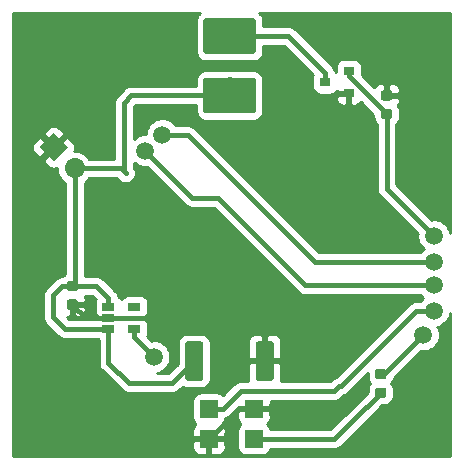
<source format=gbr>
G04 #@! TF.GenerationSoftware,KiCad,Pcbnew,5.1.4-1.fc30*
G04 #@! TF.CreationDate,2019-09-08T13:51:55+02:00*
G04 #@! TF.ProjectId,synchro2,73796e63-6872-46f3-922e-6b696361645f,rev?*
G04 #@! TF.SameCoordinates,Original*
G04 #@! TF.FileFunction,Copper,L2,Bot*
G04 #@! TF.FilePolarity,Positive*
%FSLAX46Y46*%
G04 Gerber Fmt 4.6, Leading zero omitted, Abs format (unit mm)*
G04 Created by KiCad (PCBNEW 5.1.4-1.fc30) date 2019-09-08 13:51:55*
%MOMM*%
%LPD*%
G04 APERTURE LIST*
%ADD10R,1.524000X1.524000*%
%ADD11C,0.100000*%
%ADD12C,0.875000*%
%ADD13R,0.900000X0.800000*%
%ADD14R,1.060000X0.650000*%
%ADD15C,1.700000*%
%ADD16C,1.700000*%
%ADD17C,3.025000*%
%ADD18C,1.525000*%
%ADD19C,1.500000*%
%ADD20C,0.400000*%
%ADD21C,0.254000*%
G04 APERTURE END LIST*
D10*
X217360000Y-130960000D03*
X221170000Y-130960000D03*
X217360000Y-133500000D03*
X221170000Y-133500000D03*
D11*
G36*
X232177691Y-129151053D02*
G01*
X232198926Y-129154203D01*
X232219750Y-129159419D01*
X232239962Y-129166651D01*
X232259368Y-129175830D01*
X232277781Y-129186866D01*
X232295024Y-129199654D01*
X232310930Y-129214070D01*
X232325346Y-129229976D01*
X232338134Y-129247219D01*
X232349170Y-129265632D01*
X232358349Y-129285038D01*
X232365581Y-129305250D01*
X232370797Y-129326074D01*
X232373947Y-129347309D01*
X232375000Y-129368750D01*
X232375000Y-129806250D01*
X232373947Y-129827691D01*
X232370797Y-129848926D01*
X232365581Y-129869750D01*
X232358349Y-129889962D01*
X232349170Y-129909368D01*
X232338134Y-129927781D01*
X232325346Y-129945024D01*
X232310930Y-129960930D01*
X232295024Y-129975346D01*
X232277781Y-129988134D01*
X232259368Y-129999170D01*
X232239962Y-130008349D01*
X232219750Y-130015581D01*
X232198926Y-130020797D01*
X232177691Y-130023947D01*
X232156250Y-130025000D01*
X231643750Y-130025000D01*
X231622309Y-130023947D01*
X231601074Y-130020797D01*
X231580250Y-130015581D01*
X231560038Y-130008349D01*
X231540632Y-129999170D01*
X231522219Y-129988134D01*
X231504976Y-129975346D01*
X231489070Y-129960930D01*
X231474654Y-129945024D01*
X231461866Y-129927781D01*
X231450830Y-129909368D01*
X231441651Y-129889962D01*
X231434419Y-129869750D01*
X231429203Y-129848926D01*
X231426053Y-129827691D01*
X231425000Y-129806250D01*
X231425000Y-129368750D01*
X231426053Y-129347309D01*
X231429203Y-129326074D01*
X231434419Y-129305250D01*
X231441651Y-129285038D01*
X231450830Y-129265632D01*
X231461866Y-129247219D01*
X231474654Y-129229976D01*
X231489070Y-129214070D01*
X231504976Y-129199654D01*
X231522219Y-129186866D01*
X231540632Y-129175830D01*
X231560038Y-129166651D01*
X231580250Y-129159419D01*
X231601074Y-129154203D01*
X231622309Y-129151053D01*
X231643750Y-129150000D01*
X232156250Y-129150000D01*
X232177691Y-129151053D01*
X232177691Y-129151053D01*
G37*
D12*
X231900000Y-129587500D03*
D11*
G36*
X232177691Y-127576053D02*
G01*
X232198926Y-127579203D01*
X232219750Y-127584419D01*
X232239962Y-127591651D01*
X232259368Y-127600830D01*
X232277781Y-127611866D01*
X232295024Y-127624654D01*
X232310930Y-127639070D01*
X232325346Y-127654976D01*
X232338134Y-127672219D01*
X232349170Y-127690632D01*
X232358349Y-127710038D01*
X232365581Y-127730250D01*
X232370797Y-127751074D01*
X232373947Y-127772309D01*
X232375000Y-127793750D01*
X232375000Y-128231250D01*
X232373947Y-128252691D01*
X232370797Y-128273926D01*
X232365581Y-128294750D01*
X232358349Y-128314962D01*
X232349170Y-128334368D01*
X232338134Y-128352781D01*
X232325346Y-128370024D01*
X232310930Y-128385930D01*
X232295024Y-128400346D01*
X232277781Y-128413134D01*
X232259368Y-128424170D01*
X232239962Y-128433349D01*
X232219750Y-128440581D01*
X232198926Y-128445797D01*
X232177691Y-128448947D01*
X232156250Y-128450000D01*
X231643750Y-128450000D01*
X231622309Y-128448947D01*
X231601074Y-128445797D01*
X231580250Y-128440581D01*
X231560038Y-128433349D01*
X231540632Y-128424170D01*
X231522219Y-128413134D01*
X231504976Y-128400346D01*
X231489070Y-128385930D01*
X231474654Y-128370024D01*
X231461866Y-128352781D01*
X231450830Y-128334368D01*
X231441651Y-128314962D01*
X231434419Y-128294750D01*
X231429203Y-128273926D01*
X231426053Y-128252691D01*
X231425000Y-128231250D01*
X231425000Y-127793750D01*
X231426053Y-127772309D01*
X231429203Y-127751074D01*
X231434419Y-127730250D01*
X231441651Y-127710038D01*
X231450830Y-127690632D01*
X231461866Y-127672219D01*
X231474654Y-127654976D01*
X231489070Y-127639070D01*
X231504976Y-127624654D01*
X231522219Y-127611866D01*
X231540632Y-127600830D01*
X231560038Y-127591651D01*
X231580250Y-127584419D01*
X231601074Y-127579203D01*
X231622309Y-127576053D01*
X231643750Y-127575000D01*
X232156250Y-127575000D01*
X232177691Y-127576053D01*
X232177691Y-127576053D01*
G37*
D12*
X231900000Y-128012500D03*
D13*
X227200000Y-103300000D03*
X229200000Y-104250000D03*
X229200000Y-102350000D03*
D14*
X211050000Y-124200000D03*
X211050000Y-122300000D03*
X208850000Y-122300000D03*
X208850000Y-123250000D03*
X208850000Y-124200000D03*
D15*
X205996051Y-110596051D03*
D16*
X205996051Y-110596051D02*
X205996051Y-110596051D01*
D15*
X204200000Y-108800000D03*
D11*
G36*
X204200000Y-110002082D02*
G01*
X202997918Y-108800000D01*
X204200000Y-107597918D01*
X205402082Y-108800000D01*
X204200000Y-110002082D01*
X204200000Y-110002082D01*
G37*
G36*
X221099503Y-102901204D02*
G01*
X221123772Y-102904804D01*
X221147570Y-102910765D01*
X221170670Y-102919030D01*
X221192849Y-102929520D01*
X221213892Y-102942133D01*
X221233598Y-102956748D01*
X221251776Y-102973224D01*
X221268252Y-102991402D01*
X221282867Y-103011108D01*
X221295480Y-103032151D01*
X221305970Y-103054330D01*
X221314235Y-103077430D01*
X221320196Y-103101228D01*
X221323796Y-103125497D01*
X221325000Y-103150001D01*
X221325000Y-105674999D01*
X221323796Y-105699503D01*
X221320196Y-105723772D01*
X221314235Y-105747570D01*
X221305970Y-105770670D01*
X221295480Y-105792849D01*
X221282867Y-105813892D01*
X221268252Y-105833598D01*
X221251776Y-105851776D01*
X221233598Y-105868252D01*
X221213892Y-105882867D01*
X221192849Y-105895480D01*
X221170670Y-105905970D01*
X221147570Y-105914235D01*
X221123772Y-105920196D01*
X221099503Y-105923796D01*
X221074999Y-105925000D01*
X217125001Y-105925000D01*
X217100497Y-105923796D01*
X217076228Y-105920196D01*
X217052430Y-105914235D01*
X217029330Y-105905970D01*
X217007151Y-105895480D01*
X216986108Y-105882867D01*
X216966402Y-105868252D01*
X216948224Y-105851776D01*
X216931748Y-105833598D01*
X216917133Y-105813892D01*
X216904520Y-105792849D01*
X216894030Y-105770670D01*
X216885765Y-105747570D01*
X216879804Y-105723772D01*
X216876204Y-105699503D01*
X216875000Y-105674999D01*
X216875000Y-103150001D01*
X216876204Y-103125497D01*
X216879804Y-103101228D01*
X216885765Y-103077430D01*
X216894030Y-103054330D01*
X216904520Y-103032151D01*
X216917133Y-103011108D01*
X216931748Y-102991402D01*
X216948224Y-102973224D01*
X216966402Y-102956748D01*
X216986108Y-102942133D01*
X217007151Y-102929520D01*
X217029330Y-102919030D01*
X217052430Y-102910765D01*
X217076228Y-102904804D01*
X217100497Y-102901204D01*
X217125001Y-102900000D01*
X221074999Y-102900000D01*
X221099503Y-102901204D01*
X221099503Y-102901204D01*
G37*
D17*
X219100000Y-104412500D03*
D11*
G36*
X221099503Y-97876204D02*
G01*
X221123772Y-97879804D01*
X221147570Y-97885765D01*
X221170670Y-97894030D01*
X221192849Y-97904520D01*
X221213892Y-97917133D01*
X221233598Y-97931748D01*
X221251776Y-97948224D01*
X221268252Y-97966402D01*
X221282867Y-97986108D01*
X221295480Y-98007151D01*
X221305970Y-98029330D01*
X221314235Y-98052430D01*
X221320196Y-98076228D01*
X221323796Y-98100497D01*
X221325000Y-98125001D01*
X221325000Y-100649999D01*
X221323796Y-100674503D01*
X221320196Y-100698772D01*
X221314235Y-100722570D01*
X221305970Y-100745670D01*
X221295480Y-100767849D01*
X221282867Y-100788892D01*
X221268252Y-100808598D01*
X221251776Y-100826776D01*
X221233598Y-100843252D01*
X221213892Y-100857867D01*
X221192849Y-100870480D01*
X221170670Y-100880970D01*
X221147570Y-100889235D01*
X221123772Y-100895196D01*
X221099503Y-100898796D01*
X221074999Y-100900000D01*
X217125001Y-100900000D01*
X217100497Y-100898796D01*
X217076228Y-100895196D01*
X217052430Y-100889235D01*
X217029330Y-100880970D01*
X217007151Y-100870480D01*
X216986108Y-100857867D01*
X216966402Y-100843252D01*
X216948224Y-100826776D01*
X216931748Y-100808598D01*
X216917133Y-100788892D01*
X216904520Y-100767849D01*
X216894030Y-100745670D01*
X216885765Y-100722570D01*
X216879804Y-100698772D01*
X216876204Y-100674503D01*
X216875000Y-100649999D01*
X216875000Y-98125001D01*
X216876204Y-98100497D01*
X216879804Y-98076228D01*
X216885765Y-98052430D01*
X216894030Y-98029330D01*
X216904520Y-98007151D01*
X216917133Y-97986108D01*
X216931748Y-97966402D01*
X216948224Y-97948224D01*
X216966402Y-97931748D01*
X216986108Y-97917133D01*
X217007151Y-97904520D01*
X217029330Y-97894030D01*
X217052430Y-97885765D01*
X217076228Y-97879804D01*
X217100497Y-97876204D01*
X217125001Y-97875000D01*
X221074999Y-97875000D01*
X221099503Y-97876204D01*
X221099503Y-97876204D01*
G37*
D17*
X219100000Y-99387500D03*
D11*
G36*
X232677691Y-103976053D02*
G01*
X232698926Y-103979203D01*
X232719750Y-103984419D01*
X232739962Y-103991651D01*
X232759368Y-104000830D01*
X232777781Y-104011866D01*
X232795024Y-104024654D01*
X232810930Y-104039070D01*
X232825346Y-104054976D01*
X232838134Y-104072219D01*
X232849170Y-104090632D01*
X232858349Y-104110038D01*
X232865581Y-104130250D01*
X232870797Y-104151074D01*
X232873947Y-104172309D01*
X232875000Y-104193750D01*
X232875000Y-104631250D01*
X232873947Y-104652691D01*
X232870797Y-104673926D01*
X232865581Y-104694750D01*
X232858349Y-104714962D01*
X232849170Y-104734368D01*
X232838134Y-104752781D01*
X232825346Y-104770024D01*
X232810930Y-104785930D01*
X232795024Y-104800346D01*
X232777781Y-104813134D01*
X232759368Y-104824170D01*
X232739962Y-104833349D01*
X232719750Y-104840581D01*
X232698926Y-104845797D01*
X232677691Y-104848947D01*
X232656250Y-104850000D01*
X232143750Y-104850000D01*
X232122309Y-104848947D01*
X232101074Y-104845797D01*
X232080250Y-104840581D01*
X232060038Y-104833349D01*
X232040632Y-104824170D01*
X232022219Y-104813134D01*
X232004976Y-104800346D01*
X231989070Y-104785930D01*
X231974654Y-104770024D01*
X231961866Y-104752781D01*
X231950830Y-104734368D01*
X231941651Y-104714962D01*
X231934419Y-104694750D01*
X231929203Y-104673926D01*
X231926053Y-104652691D01*
X231925000Y-104631250D01*
X231925000Y-104193750D01*
X231926053Y-104172309D01*
X231929203Y-104151074D01*
X231934419Y-104130250D01*
X231941651Y-104110038D01*
X231950830Y-104090632D01*
X231961866Y-104072219D01*
X231974654Y-104054976D01*
X231989070Y-104039070D01*
X232004976Y-104024654D01*
X232022219Y-104011866D01*
X232040632Y-104000830D01*
X232060038Y-103991651D01*
X232080250Y-103984419D01*
X232101074Y-103979203D01*
X232122309Y-103976053D01*
X232143750Y-103975000D01*
X232656250Y-103975000D01*
X232677691Y-103976053D01*
X232677691Y-103976053D01*
G37*
D12*
X232400000Y-104412500D03*
D11*
G36*
X232677691Y-105551053D02*
G01*
X232698926Y-105554203D01*
X232719750Y-105559419D01*
X232739962Y-105566651D01*
X232759368Y-105575830D01*
X232777781Y-105586866D01*
X232795024Y-105599654D01*
X232810930Y-105614070D01*
X232825346Y-105629976D01*
X232838134Y-105647219D01*
X232849170Y-105665632D01*
X232858349Y-105685038D01*
X232865581Y-105705250D01*
X232870797Y-105726074D01*
X232873947Y-105747309D01*
X232875000Y-105768750D01*
X232875000Y-106206250D01*
X232873947Y-106227691D01*
X232870797Y-106248926D01*
X232865581Y-106269750D01*
X232858349Y-106289962D01*
X232849170Y-106309368D01*
X232838134Y-106327781D01*
X232825346Y-106345024D01*
X232810930Y-106360930D01*
X232795024Y-106375346D01*
X232777781Y-106388134D01*
X232759368Y-106399170D01*
X232739962Y-106408349D01*
X232719750Y-106415581D01*
X232698926Y-106420797D01*
X232677691Y-106423947D01*
X232656250Y-106425000D01*
X232143750Y-106425000D01*
X232122309Y-106423947D01*
X232101074Y-106420797D01*
X232080250Y-106415581D01*
X232060038Y-106408349D01*
X232040632Y-106399170D01*
X232022219Y-106388134D01*
X232004976Y-106375346D01*
X231989070Y-106360930D01*
X231974654Y-106345024D01*
X231961866Y-106327781D01*
X231950830Y-106309368D01*
X231941651Y-106289962D01*
X231934419Y-106269750D01*
X231929203Y-106248926D01*
X231926053Y-106227691D01*
X231925000Y-106206250D01*
X231925000Y-105768750D01*
X231926053Y-105747309D01*
X231929203Y-105726074D01*
X231934419Y-105705250D01*
X231941651Y-105685038D01*
X231950830Y-105665632D01*
X231961866Y-105647219D01*
X231974654Y-105629976D01*
X231989070Y-105614070D01*
X232004976Y-105599654D01*
X232022219Y-105586866D01*
X232040632Y-105575830D01*
X232060038Y-105566651D01*
X232080250Y-105559419D01*
X232101074Y-105554203D01*
X232122309Y-105551053D01*
X232143750Y-105550000D01*
X232656250Y-105550000D01*
X232677691Y-105551053D01*
X232677691Y-105551053D01*
G37*
D12*
X232400000Y-105987500D03*
D11*
G36*
X206077691Y-121688553D02*
G01*
X206098926Y-121691703D01*
X206119750Y-121696919D01*
X206139962Y-121704151D01*
X206159368Y-121713330D01*
X206177781Y-121724366D01*
X206195024Y-121737154D01*
X206210930Y-121751570D01*
X206225346Y-121767476D01*
X206238134Y-121784719D01*
X206249170Y-121803132D01*
X206258349Y-121822538D01*
X206265581Y-121842750D01*
X206270797Y-121863574D01*
X206273947Y-121884809D01*
X206275000Y-121906250D01*
X206275000Y-122343750D01*
X206273947Y-122365191D01*
X206270797Y-122386426D01*
X206265581Y-122407250D01*
X206258349Y-122427462D01*
X206249170Y-122446868D01*
X206238134Y-122465281D01*
X206225346Y-122482524D01*
X206210930Y-122498430D01*
X206195024Y-122512846D01*
X206177781Y-122525634D01*
X206159368Y-122536670D01*
X206139962Y-122545849D01*
X206119750Y-122553081D01*
X206098926Y-122558297D01*
X206077691Y-122561447D01*
X206056250Y-122562500D01*
X205543750Y-122562500D01*
X205522309Y-122561447D01*
X205501074Y-122558297D01*
X205480250Y-122553081D01*
X205460038Y-122545849D01*
X205440632Y-122536670D01*
X205422219Y-122525634D01*
X205404976Y-122512846D01*
X205389070Y-122498430D01*
X205374654Y-122482524D01*
X205361866Y-122465281D01*
X205350830Y-122446868D01*
X205341651Y-122427462D01*
X205334419Y-122407250D01*
X205329203Y-122386426D01*
X205326053Y-122365191D01*
X205325000Y-122343750D01*
X205325000Y-121906250D01*
X205326053Y-121884809D01*
X205329203Y-121863574D01*
X205334419Y-121842750D01*
X205341651Y-121822538D01*
X205350830Y-121803132D01*
X205361866Y-121784719D01*
X205374654Y-121767476D01*
X205389070Y-121751570D01*
X205404976Y-121737154D01*
X205422219Y-121724366D01*
X205440632Y-121713330D01*
X205460038Y-121704151D01*
X205480250Y-121696919D01*
X205501074Y-121691703D01*
X205522309Y-121688553D01*
X205543750Y-121687500D01*
X206056250Y-121687500D01*
X206077691Y-121688553D01*
X206077691Y-121688553D01*
G37*
D12*
X205800000Y-122125000D03*
D11*
G36*
X206077691Y-120113553D02*
G01*
X206098926Y-120116703D01*
X206119750Y-120121919D01*
X206139962Y-120129151D01*
X206159368Y-120138330D01*
X206177781Y-120149366D01*
X206195024Y-120162154D01*
X206210930Y-120176570D01*
X206225346Y-120192476D01*
X206238134Y-120209719D01*
X206249170Y-120228132D01*
X206258349Y-120247538D01*
X206265581Y-120267750D01*
X206270797Y-120288574D01*
X206273947Y-120309809D01*
X206275000Y-120331250D01*
X206275000Y-120768750D01*
X206273947Y-120790191D01*
X206270797Y-120811426D01*
X206265581Y-120832250D01*
X206258349Y-120852462D01*
X206249170Y-120871868D01*
X206238134Y-120890281D01*
X206225346Y-120907524D01*
X206210930Y-120923430D01*
X206195024Y-120937846D01*
X206177781Y-120950634D01*
X206159368Y-120961670D01*
X206139962Y-120970849D01*
X206119750Y-120978081D01*
X206098926Y-120983297D01*
X206077691Y-120986447D01*
X206056250Y-120987500D01*
X205543750Y-120987500D01*
X205522309Y-120986447D01*
X205501074Y-120983297D01*
X205480250Y-120978081D01*
X205460038Y-120970849D01*
X205440632Y-120961670D01*
X205422219Y-120950634D01*
X205404976Y-120937846D01*
X205389070Y-120923430D01*
X205374654Y-120907524D01*
X205361866Y-120890281D01*
X205350830Y-120871868D01*
X205341651Y-120852462D01*
X205334419Y-120832250D01*
X205329203Y-120811426D01*
X205326053Y-120790191D01*
X205325000Y-120768750D01*
X205325000Y-120331250D01*
X205326053Y-120309809D01*
X205329203Y-120288574D01*
X205334419Y-120267750D01*
X205341651Y-120247538D01*
X205350830Y-120228132D01*
X205361866Y-120209719D01*
X205374654Y-120192476D01*
X205389070Y-120176570D01*
X205404976Y-120162154D01*
X205422219Y-120149366D01*
X205440632Y-120138330D01*
X205460038Y-120129151D01*
X205480250Y-120121919D01*
X205501074Y-120116703D01*
X205522309Y-120113553D01*
X205543750Y-120112500D01*
X206056250Y-120112500D01*
X206077691Y-120113553D01*
X206077691Y-120113553D01*
G37*
D12*
X205800000Y-120550000D03*
D11*
G36*
X216649505Y-125226204D02*
G01*
X216673773Y-125229804D01*
X216697572Y-125235765D01*
X216720671Y-125244030D01*
X216742850Y-125254520D01*
X216763893Y-125267132D01*
X216783599Y-125281747D01*
X216801777Y-125298223D01*
X216818253Y-125316401D01*
X216832868Y-125336107D01*
X216845480Y-125357150D01*
X216855970Y-125379329D01*
X216864235Y-125402428D01*
X216870196Y-125426227D01*
X216873796Y-125450495D01*
X216875000Y-125474999D01*
X216875000Y-128325001D01*
X216873796Y-128349505D01*
X216870196Y-128373773D01*
X216864235Y-128397572D01*
X216855970Y-128420671D01*
X216845480Y-128442850D01*
X216832868Y-128463893D01*
X216818253Y-128483599D01*
X216801777Y-128501777D01*
X216783599Y-128518253D01*
X216763893Y-128532868D01*
X216742850Y-128545480D01*
X216720671Y-128555970D01*
X216697572Y-128564235D01*
X216673773Y-128570196D01*
X216649505Y-128573796D01*
X216625001Y-128575000D01*
X215599999Y-128575000D01*
X215575495Y-128573796D01*
X215551227Y-128570196D01*
X215527428Y-128564235D01*
X215504329Y-128555970D01*
X215482150Y-128545480D01*
X215461107Y-128532868D01*
X215441401Y-128518253D01*
X215423223Y-128501777D01*
X215406747Y-128483599D01*
X215392132Y-128463893D01*
X215379520Y-128442850D01*
X215369030Y-128420671D01*
X215360765Y-128397572D01*
X215354804Y-128373773D01*
X215351204Y-128349505D01*
X215350000Y-128325001D01*
X215350000Y-125474999D01*
X215351204Y-125450495D01*
X215354804Y-125426227D01*
X215360765Y-125402428D01*
X215369030Y-125379329D01*
X215379520Y-125357150D01*
X215392132Y-125336107D01*
X215406747Y-125316401D01*
X215423223Y-125298223D01*
X215441401Y-125281747D01*
X215461107Y-125267132D01*
X215482150Y-125254520D01*
X215504329Y-125244030D01*
X215527428Y-125235765D01*
X215551227Y-125229804D01*
X215575495Y-125226204D01*
X215599999Y-125225000D01*
X216625001Y-125225000D01*
X216649505Y-125226204D01*
X216649505Y-125226204D01*
G37*
D18*
X216112500Y-126900000D03*
D11*
G36*
X222624505Y-125226204D02*
G01*
X222648773Y-125229804D01*
X222672572Y-125235765D01*
X222695671Y-125244030D01*
X222717850Y-125254520D01*
X222738893Y-125267132D01*
X222758599Y-125281747D01*
X222776777Y-125298223D01*
X222793253Y-125316401D01*
X222807868Y-125336107D01*
X222820480Y-125357150D01*
X222830970Y-125379329D01*
X222839235Y-125402428D01*
X222845196Y-125426227D01*
X222848796Y-125450495D01*
X222850000Y-125474999D01*
X222850000Y-128325001D01*
X222848796Y-128349505D01*
X222845196Y-128373773D01*
X222839235Y-128397572D01*
X222830970Y-128420671D01*
X222820480Y-128442850D01*
X222807868Y-128463893D01*
X222793253Y-128483599D01*
X222776777Y-128501777D01*
X222758599Y-128518253D01*
X222738893Y-128532868D01*
X222717850Y-128545480D01*
X222695671Y-128555970D01*
X222672572Y-128564235D01*
X222648773Y-128570196D01*
X222624505Y-128573796D01*
X222600001Y-128575000D01*
X221574999Y-128575000D01*
X221550495Y-128573796D01*
X221526227Y-128570196D01*
X221502428Y-128564235D01*
X221479329Y-128555970D01*
X221457150Y-128545480D01*
X221436107Y-128532868D01*
X221416401Y-128518253D01*
X221398223Y-128501777D01*
X221381747Y-128483599D01*
X221367132Y-128463893D01*
X221354520Y-128442850D01*
X221344030Y-128420671D01*
X221335765Y-128397572D01*
X221329804Y-128373773D01*
X221326204Y-128349505D01*
X221325000Y-128325001D01*
X221325000Y-125474999D01*
X221326204Y-125450495D01*
X221329804Y-125426227D01*
X221335765Y-125402428D01*
X221344030Y-125379329D01*
X221354520Y-125357150D01*
X221367132Y-125336107D01*
X221381747Y-125316401D01*
X221398223Y-125298223D01*
X221416401Y-125281747D01*
X221436107Y-125267132D01*
X221457150Y-125254520D01*
X221479329Y-125244030D01*
X221502428Y-125235765D01*
X221526227Y-125229804D01*
X221550495Y-125226204D01*
X221574999Y-125225000D01*
X222600001Y-125225000D01*
X222624505Y-125226204D01*
X222624505Y-125226204D01*
G37*
D18*
X222087500Y-126900000D03*
D19*
X209300000Y-118950000D03*
X226250000Y-99150000D03*
X212700000Y-126550000D03*
X236400000Y-116300000D03*
X235500000Y-124700000D03*
X236400000Y-118500000D03*
X213400000Y-107750000D03*
X236400000Y-120500000D03*
X211950000Y-109100000D03*
X236400000Y-122650000D03*
D20*
X219900000Y-130960000D02*
X217360000Y-133500000D01*
X221170000Y-130960000D02*
X219900000Y-130960000D01*
X208737500Y-123137500D02*
X208850000Y-123250000D01*
X206925000Y-123250000D02*
X208850000Y-123250000D01*
X205800000Y-122125000D02*
X206925000Y-123250000D01*
X208850000Y-123250000D02*
X213150000Y-123250000D01*
X213150000Y-123250000D02*
X213350000Y-123050000D01*
X213350000Y-123050000D02*
X213350000Y-119450000D01*
X213350000Y-119450000D02*
X213700000Y-119100000D01*
X205996051Y-110596051D02*
X209903949Y-110596051D01*
X210153949Y-105046051D02*
X210153949Y-110846051D01*
X219100000Y-104412500D02*
X210787500Y-104412500D01*
X210325000Y-111017102D02*
X210153949Y-110846051D01*
X210787500Y-104412500D02*
X210153949Y-105046051D01*
X210153949Y-110846051D02*
X209903949Y-110596051D01*
X205996051Y-120353949D02*
X205800000Y-120550000D01*
X205996051Y-110596051D02*
X205996051Y-120353949D01*
X208850000Y-121575000D02*
X208850000Y-122300000D01*
X207825000Y-120550000D02*
X208850000Y-121575000D01*
X205800000Y-120550000D02*
X207825000Y-120550000D01*
X204150000Y-123200000D02*
X205150000Y-124200000D01*
X205150000Y-124200000D02*
X208850000Y-124200000D01*
X204150000Y-121350000D02*
X204150000Y-123200000D01*
X205800000Y-120550000D02*
X204950000Y-120550000D01*
X204950000Y-120550000D02*
X204150000Y-121350000D01*
X214262500Y-128750000D02*
X216112500Y-126900000D01*
X210550000Y-128750000D02*
X214262500Y-128750000D01*
X208850000Y-124200000D02*
X208850000Y-127050000D01*
X208850000Y-127050000D02*
X210550000Y-128750000D01*
X211050000Y-124900000D02*
X212700000Y-126550000D01*
X211050000Y-124200000D02*
X211050000Y-124900000D01*
X227200000Y-102500000D02*
X227200000Y-103300000D01*
X224087500Y-99387500D02*
X227200000Y-102500000D01*
X219100000Y-99387500D02*
X224087500Y-99387500D01*
X229200000Y-102787500D02*
X229200000Y-102350000D01*
X232400000Y-105987500D02*
X229200000Y-102787500D01*
X232400000Y-112300000D02*
X236400000Y-116300000D01*
X232400000Y-105987500D02*
X232400000Y-112300000D01*
X232187500Y-128012500D02*
X231900000Y-128012500D01*
X235500000Y-124700000D02*
X232187500Y-128012500D01*
X221170000Y-133500000D02*
X227987500Y-133500000D01*
X229500000Y-131987500D02*
X231900000Y-129587500D01*
X227987500Y-133500000D02*
X229500000Y-131987500D01*
X215550000Y-107750000D02*
X213400000Y-107750000D01*
X236400000Y-118500000D02*
X226300000Y-118500000D01*
X226300000Y-118500000D02*
X215550000Y-107750000D01*
X236300000Y-120500000D02*
X225500000Y-120500000D01*
X225500000Y-120500000D02*
X218100000Y-113100000D01*
X215950000Y-113100000D02*
X211950000Y-109100000D01*
X218100000Y-113100000D02*
X215950000Y-113100000D01*
X234912440Y-122650000D02*
X236400000Y-122650000D01*
X217360000Y-130960000D02*
X218522000Y-130960000D01*
X228562440Y-129000000D02*
X234912440Y-122650000D01*
X220032000Y-129450000D02*
X227950000Y-129450000D01*
X227950000Y-129450000D02*
X228400000Y-129000000D01*
X218522000Y-130960000D02*
X220032000Y-129450000D01*
X228400000Y-129000000D02*
X228562440Y-129000000D01*
D21*
G36*
X216497039Y-97497039D02*
G01*
X216386595Y-97631614D01*
X216304529Y-97785150D01*
X216253992Y-97951747D01*
X216236928Y-98125001D01*
X216236928Y-100649999D01*
X216253992Y-100823253D01*
X216304529Y-100989850D01*
X216386595Y-101143386D01*
X216497039Y-101277961D01*
X216631614Y-101388405D01*
X216785150Y-101470471D01*
X216951747Y-101521008D01*
X217125001Y-101538072D01*
X221074999Y-101538072D01*
X221248253Y-101521008D01*
X221414850Y-101470471D01*
X221568386Y-101388405D01*
X221702961Y-101277961D01*
X221813405Y-101143386D01*
X221895471Y-100989850D01*
X221946008Y-100823253D01*
X221963072Y-100649999D01*
X221963072Y-100222500D01*
X223741633Y-100222500D01*
X226165533Y-102646401D01*
X226160498Y-102655820D01*
X226124188Y-102775518D01*
X226111928Y-102900000D01*
X226111928Y-103700000D01*
X226124188Y-103824482D01*
X226160498Y-103944180D01*
X226219463Y-104054494D01*
X226298815Y-104151185D01*
X226395506Y-104230537D01*
X226505820Y-104289502D01*
X226625518Y-104325812D01*
X226750000Y-104338072D01*
X227650000Y-104338072D01*
X227774482Y-104325812D01*
X227894180Y-104289502D01*
X228004494Y-104230537D01*
X228101185Y-104151185D01*
X228180537Y-104054494D01*
X228189143Y-104038393D01*
X228273750Y-104123000D01*
X229073000Y-104123000D01*
X229073000Y-104103000D01*
X229327000Y-104103000D01*
X229327000Y-104123000D01*
X229347000Y-104123000D01*
X229347000Y-104377000D01*
X229327000Y-104377000D01*
X229327000Y-105126250D01*
X229485750Y-105285000D01*
X229650000Y-105288072D01*
X229774482Y-105275812D01*
X229894180Y-105239502D01*
X230004494Y-105180537D01*
X230101185Y-105101185D01*
X230180537Y-105004494D01*
X230199901Y-104968268D01*
X231286928Y-106055296D01*
X231286928Y-106206250D01*
X231303392Y-106373408D01*
X231352150Y-106534142D01*
X231431329Y-106682275D01*
X231537885Y-106812115D01*
X231565000Y-106834368D01*
X231565001Y-112258972D01*
X231560960Y-112300000D01*
X231577082Y-112463688D01*
X231624828Y-112621086D01*
X231702364Y-112766145D01*
X231712843Y-112778914D01*
X231806710Y-112893291D01*
X231838574Y-112919441D01*
X235026236Y-116107104D01*
X235015000Y-116163589D01*
X235015000Y-116436411D01*
X235068225Y-116703989D01*
X235172629Y-116956043D01*
X235324201Y-117182886D01*
X235517114Y-117375799D01*
X235553333Y-117400000D01*
X235517114Y-117424201D01*
X235324201Y-117617114D01*
X235292205Y-117665000D01*
X226645869Y-117665000D01*
X216169446Y-107188579D01*
X216143291Y-107156709D01*
X216016146Y-107052364D01*
X215871087Y-106974828D01*
X215713689Y-106927082D01*
X215591019Y-106915000D01*
X215591018Y-106915000D01*
X215550000Y-106910960D01*
X215508982Y-106915000D01*
X214507795Y-106915000D01*
X214475799Y-106867114D01*
X214282886Y-106674201D01*
X214056043Y-106522629D01*
X213803989Y-106418225D01*
X213536411Y-106365000D01*
X213263589Y-106365000D01*
X212996011Y-106418225D01*
X212743957Y-106522629D01*
X212517114Y-106674201D01*
X212324201Y-106867114D01*
X212172629Y-107093957D01*
X212068225Y-107346011D01*
X212015000Y-107613589D01*
X212015000Y-107715000D01*
X211813589Y-107715000D01*
X211546011Y-107768225D01*
X211293957Y-107872629D01*
X211067114Y-108024201D01*
X210988949Y-108102366D01*
X210988949Y-105391918D01*
X211133368Y-105247500D01*
X216236928Y-105247500D01*
X216236928Y-105674999D01*
X216253992Y-105848253D01*
X216304529Y-106014850D01*
X216386595Y-106168386D01*
X216497039Y-106302961D01*
X216631614Y-106413405D01*
X216785150Y-106495471D01*
X216951747Y-106546008D01*
X217125001Y-106563072D01*
X221074999Y-106563072D01*
X221248253Y-106546008D01*
X221414850Y-106495471D01*
X221568386Y-106413405D01*
X221702961Y-106302961D01*
X221813405Y-106168386D01*
X221895471Y-106014850D01*
X221946008Y-105848253D01*
X221963072Y-105674999D01*
X221963072Y-104650000D01*
X228111928Y-104650000D01*
X228124188Y-104774482D01*
X228160498Y-104894180D01*
X228219463Y-105004494D01*
X228298815Y-105101185D01*
X228395506Y-105180537D01*
X228505820Y-105239502D01*
X228625518Y-105275812D01*
X228750000Y-105288072D01*
X228914250Y-105285000D01*
X229073000Y-105126250D01*
X229073000Y-104377000D01*
X228273750Y-104377000D01*
X228115000Y-104535750D01*
X228111928Y-104650000D01*
X221963072Y-104650000D01*
X221963072Y-103150001D01*
X221946008Y-102976747D01*
X221895471Y-102810150D01*
X221813405Y-102656614D01*
X221702961Y-102522039D01*
X221568386Y-102411595D01*
X221414850Y-102329529D01*
X221248253Y-102278992D01*
X221074999Y-102261928D01*
X217125001Y-102261928D01*
X216951747Y-102278992D01*
X216785150Y-102329529D01*
X216631614Y-102411595D01*
X216497039Y-102522039D01*
X216386595Y-102656614D01*
X216304529Y-102810150D01*
X216253992Y-102976747D01*
X216236928Y-103150001D01*
X216236928Y-103577500D01*
X210828507Y-103577500D01*
X210787499Y-103573461D01*
X210746491Y-103577500D01*
X210746481Y-103577500D01*
X210623811Y-103589582D01*
X210466413Y-103637328D01*
X210321354Y-103714864D01*
X210194209Y-103819209D01*
X210168058Y-103851074D01*
X209592527Y-104426605D01*
X209560658Y-104452760D01*
X209459363Y-104576189D01*
X209456313Y-104579906D01*
X209378777Y-104724965D01*
X209331031Y-104882363D01*
X209314909Y-105046051D01*
X209318949Y-105087070D01*
X209318950Y-109761051D01*
X207231844Y-109761051D01*
X207051185Y-109540917D01*
X206825065Y-109355345D01*
X206567085Y-109217452D01*
X206287162Y-109132538D01*
X206069001Y-109111051D01*
X205955841Y-109111051D01*
X205991584Y-109044180D01*
X206027893Y-108924481D01*
X206040153Y-108800000D01*
X206027893Y-108675519D01*
X205991584Y-108555820D01*
X205932620Y-108445506D01*
X205853267Y-108348815D01*
X205452109Y-107952002D01*
X205227603Y-107952002D01*
X204379605Y-108800000D01*
X204393748Y-108814143D01*
X204214143Y-108993748D01*
X204200000Y-108979605D01*
X203352002Y-109827603D01*
X203352002Y-110052109D01*
X203748815Y-110453267D01*
X203845506Y-110532620D01*
X203955820Y-110591584D01*
X204075519Y-110627893D01*
X204200000Y-110640153D01*
X204324481Y-110627893D01*
X204444180Y-110591584D01*
X204507647Y-110557660D01*
X204503866Y-110596051D01*
X204532538Y-110887162D01*
X204617452Y-111167085D01*
X204755345Y-111425065D01*
X204940917Y-111651185D01*
X205161051Y-111831845D01*
X205161052Y-119568945D01*
X205067725Y-119618829D01*
X204954877Y-119711440D01*
X204950000Y-119710960D01*
X204908981Y-119715000D01*
X204786311Y-119727082D01*
X204628913Y-119774828D01*
X204483854Y-119852364D01*
X204356709Y-119956709D01*
X204330563Y-119988568D01*
X203588578Y-120730555D01*
X203556709Y-120756709D01*
X203462843Y-120871086D01*
X203452364Y-120883855D01*
X203374828Y-121028914D01*
X203327082Y-121186312D01*
X203310960Y-121350000D01*
X203315000Y-121391019D01*
X203315001Y-123158972D01*
X203310960Y-123200000D01*
X203327082Y-123363688D01*
X203374828Y-123521086D01*
X203437625Y-123638570D01*
X203452365Y-123666146D01*
X203556710Y-123793291D01*
X203588574Y-123819441D01*
X204530563Y-124761432D01*
X204556709Y-124793291D01*
X204683854Y-124897636D01*
X204828913Y-124975172D01*
X204986311Y-125022918D01*
X205108981Y-125035000D01*
X205108982Y-125035000D01*
X205150000Y-125039040D01*
X205191018Y-125035000D01*
X207940482Y-125035000D01*
X207965506Y-125055537D01*
X208015000Y-125081993D01*
X208015001Y-127008972D01*
X208010960Y-127050000D01*
X208027082Y-127213688D01*
X208074828Y-127371086D01*
X208125485Y-127465858D01*
X208152365Y-127516146D01*
X208256710Y-127643291D01*
X208288574Y-127669441D01*
X209930559Y-129311426D01*
X209956709Y-129343291D01*
X210083854Y-129447636D01*
X210228913Y-129525172D01*
X210386311Y-129572918D01*
X210549999Y-129589040D01*
X210591018Y-129585000D01*
X214221482Y-129585000D01*
X214262500Y-129589040D01*
X214303518Y-129585000D01*
X214303519Y-129585000D01*
X214426189Y-129572918D01*
X214583587Y-129525172D01*
X214728646Y-129447636D01*
X214855791Y-129343291D01*
X214881946Y-129311421D01*
X215121829Y-129071538D01*
X215260149Y-129145472D01*
X215426745Y-129196008D01*
X215599999Y-129213072D01*
X216625001Y-129213072D01*
X216798255Y-129196008D01*
X216964851Y-129145472D01*
X217118387Y-129063405D01*
X217252962Y-128952962D01*
X217363405Y-128818387D01*
X217445472Y-128664851D01*
X217496008Y-128498255D01*
X217513072Y-128325001D01*
X217513072Y-125474999D01*
X217496008Y-125301745D01*
X217472728Y-125225000D01*
X220686928Y-125225000D01*
X220690000Y-126614250D01*
X220848750Y-126773000D01*
X221960500Y-126773000D01*
X221960500Y-124748750D01*
X222214500Y-124748750D01*
X222214500Y-126773000D01*
X223326250Y-126773000D01*
X223485000Y-126614250D01*
X223488072Y-125225000D01*
X223475812Y-125100518D01*
X223439502Y-124980820D01*
X223380537Y-124870506D01*
X223301185Y-124773815D01*
X223204494Y-124694463D01*
X223094180Y-124635498D01*
X222974482Y-124599188D01*
X222850000Y-124586928D01*
X222373250Y-124590000D01*
X222214500Y-124748750D01*
X221960500Y-124748750D01*
X221801750Y-124590000D01*
X221325000Y-124586928D01*
X221200518Y-124599188D01*
X221080820Y-124635498D01*
X220970506Y-124694463D01*
X220873815Y-124773815D01*
X220794463Y-124870506D01*
X220735498Y-124980820D01*
X220699188Y-125100518D01*
X220686928Y-125225000D01*
X217472728Y-125225000D01*
X217445472Y-125135149D01*
X217363405Y-124981613D01*
X217252962Y-124847038D01*
X217118387Y-124736595D01*
X216964851Y-124654528D01*
X216798255Y-124603992D01*
X216625001Y-124586928D01*
X215599999Y-124586928D01*
X215426745Y-124603992D01*
X215260149Y-124654528D01*
X215106613Y-124736595D01*
X214972038Y-124847038D01*
X214861595Y-124981613D01*
X214779528Y-125135149D01*
X214728992Y-125301745D01*
X214711928Y-125474999D01*
X214711928Y-127119704D01*
X213916633Y-127915000D01*
X212936957Y-127915000D01*
X213103989Y-127881775D01*
X213356043Y-127777371D01*
X213582886Y-127625799D01*
X213775799Y-127432886D01*
X213927371Y-127206043D01*
X214031775Y-126953989D01*
X214085000Y-126686411D01*
X214085000Y-126413589D01*
X214031775Y-126146011D01*
X213927371Y-125893957D01*
X213775799Y-125667114D01*
X213582886Y-125474201D01*
X213356043Y-125322629D01*
X213103989Y-125218225D01*
X212836411Y-125165000D01*
X212563589Y-125165000D01*
X212507103Y-125176236D01*
X212145309Y-124814442D01*
X212169502Y-124769180D01*
X212205812Y-124649482D01*
X212218072Y-124525000D01*
X212218072Y-123875000D01*
X212205812Y-123750518D01*
X212169502Y-123630820D01*
X212110537Y-123520506D01*
X212031185Y-123423815D01*
X211934494Y-123344463D01*
X211824180Y-123285498D01*
X211707159Y-123250000D01*
X211824180Y-123214502D01*
X211934494Y-123155537D01*
X212031185Y-123076185D01*
X212110537Y-122979494D01*
X212169502Y-122869180D01*
X212205812Y-122749482D01*
X212218072Y-122625000D01*
X212218072Y-121975000D01*
X212205812Y-121850518D01*
X212169502Y-121730820D01*
X212110537Y-121620506D01*
X212031185Y-121523815D01*
X211934494Y-121444463D01*
X211824180Y-121385498D01*
X211704482Y-121349188D01*
X211580000Y-121336928D01*
X210520000Y-121336928D01*
X210395518Y-121349188D01*
X210275820Y-121385498D01*
X210165506Y-121444463D01*
X210068815Y-121523815D01*
X209989463Y-121620506D01*
X209950000Y-121694335D01*
X209910537Y-121620506D01*
X209831185Y-121523815D01*
X209734494Y-121444463D01*
X209672943Y-121411563D01*
X209672918Y-121411311D01*
X209625172Y-121253913D01*
X209547636Y-121108854D01*
X209469439Y-121013570D01*
X209469437Y-121013568D01*
X209443291Y-120981709D01*
X209411433Y-120955564D01*
X208444445Y-119988578D01*
X208418291Y-119956709D01*
X208291146Y-119852364D01*
X208146087Y-119774828D01*
X207988689Y-119727082D01*
X207866019Y-119715000D01*
X207866018Y-119715000D01*
X207825000Y-119710960D01*
X207783982Y-119715000D01*
X206831051Y-119715000D01*
X206831051Y-111831844D01*
X207051185Y-111651185D01*
X207231844Y-111431051D01*
X209553855Y-111431051D01*
X209560659Y-111439342D01*
X209592522Y-111465491D01*
X209763571Y-111636541D01*
X209858855Y-111714738D01*
X210003914Y-111792274D01*
X210161312Y-111840020D01*
X210325000Y-111856142D01*
X210488688Y-111840020D01*
X210646086Y-111792274D01*
X210791145Y-111714738D01*
X210918291Y-111610393D01*
X211022636Y-111483247D01*
X211100172Y-111338188D01*
X211147918Y-111180790D01*
X211164040Y-111017102D01*
X211147918Y-110853414D01*
X211100172Y-110696016D01*
X211022636Y-110550957D01*
X210988949Y-110509909D01*
X210988949Y-110097634D01*
X211067114Y-110175799D01*
X211293957Y-110327371D01*
X211546011Y-110431775D01*
X211813589Y-110485000D01*
X212086411Y-110485000D01*
X212142897Y-110473764D01*
X215330559Y-113661427D01*
X215356709Y-113693291D01*
X215483854Y-113797636D01*
X215628913Y-113875172D01*
X215786311Y-113922918D01*
X215908981Y-113935000D01*
X215908983Y-113935000D01*
X215949999Y-113939040D01*
X215991015Y-113935000D01*
X217754133Y-113935000D01*
X224880559Y-121061427D01*
X224906709Y-121093291D01*
X225033854Y-121197636D01*
X225178913Y-121275172D01*
X225336311Y-121322918D01*
X225458981Y-121335000D01*
X225458991Y-121335000D01*
X225499999Y-121339039D01*
X225541007Y-121335000D01*
X235292205Y-121335000D01*
X235324201Y-121382886D01*
X235516315Y-121575000D01*
X235324201Y-121767114D01*
X235292205Y-121815000D01*
X234953458Y-121815000D01*
X234912439Y-121810960D01*
X234748751Y-121827082D01*
X234591353Y-121874828D01*
X234446294Y-121952364D01*
X234319149Y-122056709D01*
X234292999Y-122088573D01*
X228190635Y-128190937D01*
X228078913Y-128224828D01*
X227933854Y-128302364D01*
X227806709Y-128406709D01*
X227780554Y-128438579D01*
X227604133Y-128615000D01*
X223484132Y-128615000D01*
X223488072Y-128575000D01*
X223485000Y-127185750D01*
X223326250Y-127027000D01*
X222214500Y-127027000D01*
X222214500Y-127047000D01*
X221960500Y-127047000D01*
X221960500Y-127027000D01*
X220848750Y-127027000D01*
X220690000Y-127185750D01*
X220686928Y-128575000D01*
X220690868Y-128615000D01*
X220073007Y-128615000D01*
X220031999Y-128610961D01*
X219990991Y-128615000D01*
X219990981Y-128615000D01*
X219868311Y-128627082D01*
X219710913Y-128674828D01*
X219565854Y-128752364D01*
X219438709Y-128856709D01*
X219412561Y-128888571D01*
X218562822Y-129738310D01*
X218476494Y-129667463D01*
X218366180Y-129608498D01*
X218246482Y-129572188D01*
X218122000Y-129559928D01*
X216598000Y-129559928D01*
X216473518Y-129572188D01*
X216353820Y-129608498D01*
X216243506Y-129667463D01*
X216146815Y-129746815D01*
X216067463Y-129843506D01*
X216008498Y-129953820D01*
X215972188Y-130073518D01*
X215959928Y-130198000D01*
X215959928Y-131722000D01*
X215972188Y-131846482D01*
X216008498Y-131966180D01*
X216067463Y-132076494D01*
X216146815Y-132173185D01*
X216216044Y-132230000D01*
X216146815Y-132286815D01*
X216067463Y-132383506D01*
X216008498Y-132493820D01*
X215972188Y-132613518D01*
X215959928Y-132738000D01*
X215963000Y-133214250D01*
X216121750Y-133373000D01*
X217233000Y-133373000D01*
X217233000Y-133353000D01*
X217487000Y-133353000D01*
X217487000Y-133373000D01*
X218598250Y-133373000D01*
X218757000Y-133214250D01*
X218760072Y-132738000D01*
X218747812Y-132613518D01*
X218711502Y-132493820D01*
X218652537Y-132383506D01*
X218573185Y-132286815D01*
X218503956Y-132230000D01*
X218573185Y-132173185D01*
X218652537Y-132076494D01*
X218711502Y-131966180D01*
X218747812Y-131846482D01*
X218756178Y-131761535D01*
X218843087Y-131735172D01*
X218988146Y-131657636D01*
X219115291Y-131553291D01*
X219141446Y-131521421D01*
X219880809Y-130782059D01*
X219931750Y-130833000D01*
X221043000Y-130833000D01*
X221043000Y-130813000D01*
X221297000Y-130813000D01*
X221297000Y-130833000D01*
X222408250Y-130833000D01*
X222567000Y-130674250D01*
X222569511Y-130285000D01*
X227908982Y-130285000D01*
X227950000Y-130289040D01*
X227991018Y-130285000D01*
X227991019Y-130285000D01*
X228113689Y-130272918D01*
X228271087Y-130225172D01*
X228416146Y-130147636D01*
X228543291Y-130043291D01*
X228569446Y-130011421D01*
X228771804Y-129809063D01*
X228883527Y-129775172D01*
X229028586Y-129697636D01*
X229155731Y-129593291D01*
X229181886Y-129561421D01*
X230786928Y-127956379D01*
X230786928Y-128231250D01*
X230803392Y-128398408D01*
X230852150Y-128559142D01*
X230931329Y-128707275D01*
X231007426Y-128800000D01*
X230931329Y-128892725D01*
X230852150Y-129040858D01*
X230803392Y-129201592D01*
X230786928Y-129368750D01*
X230786928Y-129519703D01*
X228938575Y-131368058D01*
X228938570Y-131368062D01*
X227641633Y-132665000D01*
X222562882Y-132665000D01*
X222557812Y-132613518D01*
X222521502Y-132493820D01*
X222462537Y-132383506D01*
X222383185Y-132286815D01*
X222313956Y-132230000D01*
X222383185Y-132173185D01*
X222462537Y-132076494D01*
X222521502Y-131966180D01*
X222557812Y-131846482D01*
X222570072Y-131722000D01*
X222567000Y-131245750D01*
X222408250Y-131087000D01*
X221297000Y-131087000D01*
X221297000Y-131107000D01*
X221043000Y-131107000D01*
X221043000Y-131087000D01*
X219931750Y-131087000D01*
X219773000Y-131245750D01*
X219769928Y-131722000D01*
X219782188Y-131846482D01*
X219818498Y-131966180D01*
X219877463Y-132076494D01*
X219956815Y-132173185D01*
X220026044Y-132230000D01*
X219956815Y-132286815D01*
X219877463Y-132383506D01*
X219818498Y-132493820D01*
X219782188Y-132613518D01*
X219769928Y-132738000D01*
X219769928Y-134262000D01*
X219782188Y-134386482D01*
X219818498Y-134506180D01*
X219877463Y-134616494D01*
X219956815Y-134713185D01*
X220053506Y-134792537D01*
X220163820Y-134851502D01*
X220283518Y-134887812D01*
X220408000Y-134900072D01*
X221932000Y-134900072D01*
X222056482Y-134887812D01*
X222176180Y-134851502D01*
X222286494Y-134792537D01*
X222383185Y-134713185D01*
X222462537Y-134616494D01*
X222521502Y-134506180D01*
X222557812Y-134386482D01*
X222562882Y-134335000D01*
X227946482Y-134335000D01*
X227987500Y-134339040D01*
X228028518Y-134335000D01*
X228028519Y-134335000D01*
X228151189Y-134322918D01*
X228308587Y-134275172D01*
X228453646Y-134197636D01*
X228580791Y-134093291D01*
X228606946Y-134061421D01*
X230119438Y-132548930D01*
X230119442Y-132548925D01*
X232005297Y-130663072D01*
X232156250Y-130663072D01*
X232323408Y-130646608D01*
X232484142Y-130597850D01*
X232632275Y-130518671D01*
X232762115Y-130412115D01*
X232868671Y-130282275D01*
X232947850Y-130134142D01*
X232996608Y-129973408D01*
X233013072Y-129806250D01*
X233013072Y-129368750D01*
X232996608Y-129201592D01*
X232947850Y-129040858D01*
X232868671Y-128892725D01*
X232792574Y-128800000D01*
X232868671Y-128707275D01*
X232947850Y-128559142D01*
X232996608Y-128398408D01*
X232998154Y-128382713D01*
X235307104Y-126073764D01*
X235363589Y-126085000D01*
X235636411Y-126085000D01*
X235903989Y-126031775D01*
X236156043Y-125927371D01*
X236382886Y-125775799D01*
X236575799Y-125582886D01*
X236727371Y-125356043D01*
X236831775Y-125103989D01*
X236885000Y-124836411D01*
X236885000Y-124563589D01*
X236831775Y-124296011D01*
X236727371Y-124043957D01*
X236699685Y-124002522D01*
X236803989Y-123981775D01*
X237056043Y-123877371D01*
X237282886Y-123725799D01*
X237475799Y-123532886D01*
X237627371Y-123306043D01*
X237731775Y-123053989D01*
X237773000Y-122846739D01*
X237773000Y-134973000D01*
X200727000Y-134973000D01*
X200727000Y-134262000D01*
X215959928Y-134262000D01*
X215972188Y-134386482D01*
X216008498Y-134506180D01*
X216067463Y-134616494D01*
X216146815Y-134713185D01*
X216243506Y-134792537D01*
X216353820Y-134851502D01*
X216473518Y-134887812D01*
X216598000Y-134900072D01*
X217074250Y-134897000D01*
X217233000Y-134738250D01*
X217233000Y-133627000D01*
X217487000Y-133627000D01*
X217487000Y-134738250D01*
X217645750Y-134897000D01*
X218122000Y-134900072D01*
X218246482Y-134887812D01*
X218366180Y-134851502D01*
X218476494Y-134792537D01*
X218573185Y-134713185D01*
X218652537Y-134616494D01*
X218711502Y-134506180D01*
X218747812Y-134386482D01*
X218760072Y-134262000D01*
X218757000Y-133785750D01*
X218598250Y-133627000D01*
X217487000Y-133627000D01*
X217233000Y-133627000D01*
X216121750Y-133627000D01*
X215963000Y-133785750D01*
X215959928Y-134262000D01*
X200727000Y-134262000D01*
X200727000Y-108800000D01*
X202359847Y-108800000D01*
X202372107Y-108924481D01*
X202408416Y-109044180D01*
X202467380Y-109154494D01*
X202546733Y-109251185D01*
X202947891Y-109647998D01*
X203172397Y-109647998D01*
X204020395Y-108800000D01*
X203172397Y-107952002D01*
X202947891Y-107952002D01*
X202546733Y-108348815D01*
X202467380Y-108445506D01*
X202408416Y-108555820D01*
X202372107Y-108675519D01*
X202359847Y-108800000D01*
X200727000Y-108800000D01*
X200727000Y-107547891D01*
X203352002Y-107547891D01*
X203352002Y-107772397D01*
X204200000Y-108620395D01*
X205047998Y-107772397D01*
X205047998Y-107547891D01*
X204651185Y-107146733D01*
X204554494Y-107067380D01*
X204444180Y-107008416D01*
X204324481Y-106972107D01*
X204200000Y-106959847D01*
X204075519Y-106972107D01*
X203955820Y-107008416D01*
X203845506Y-107067380D01*
X203748815Y-107146733D01*
X203352002Y-107547891D01*
X200727000Y-107547891D01*
X200727000Y-97427000D01*
X216582381Y-97427000D01*
X216497039Y-97497039D01*
X216497039Y-97497039D01*
G37*
X216497039Y-97497039D02*
X216386595Y-97631614D01*
X216304529Y-97785150D01*
X216253992Y-97951747D01*
X216236928Y-98125001D01*
X216236928Y-100649999D01*
X216253992Y-100823253D01*
X216304529Y-100989850D01*
X216386595Y-101143386D01*
X216497039Y-101277961D01*
X216631614Y-101388405D01*
X216785150Y-101470471D01*
X216951747Y-101521008D01*
X217125001Y-101538072D01*
X221074999Y-101538072D01*
X221248253Y-101521008D01*
X221414850Y-101470471D01*
X221568386Y-101388405D01*
X221702961Y-101277961D01*
X221813405Y-101143386D01*
X221895471Y-100989850D01*
X221946008Y-100823253D01*
X221963072Y-100649999D01*
X221963072Y-100222500D01*
X223741633Y-100222500D01*
X226165533Y-102646401D01*
X226160498Y-102655820D01*
X226124188Y-102775518D01*
X226111928Y-102900000D01*
X226111928Y-103700000D01*
X226124188Y-103824482D01*
X226160498Y-103944180D01*
X226219463Y-104054494D01*
X226298815Y-104151185D01*
X226395506Y-104230537D01*
X226505820Y-104289502D01*
X226625518Y-104325812D01*
X226750000Y-104338072D01*
X227650000Y-104338072D01*
X227774482Y-104325812D01*
X227894180Y-104289502D01*
X228004494Y-104230537D01*
X228101185Y-104151185D01*
X228180537Y-104054494D01*
X228189143Y-104038393D01*
X228273750Y-104123000D01*
X229073000Y-104123000D01*
X229073000Y-104103000D01*
X229327000Y-104103000D01*
X229327000Y-104123000D01*
X229347000Y-104123000D01*
X229347000Y-104377000D01*
X229327000Y-104377000D01*
X229327000Y-105126250D01*
X229485750Y-105285000D01*
X229650000Y-105288072D01*
X229774482Y-105275812D01*
X229894180Y-105239502D01*
X230004494Y-105180537D01*
X230101185Y-105101185D01*
X230180537Y-105004494D01*
X230199901Y-104968268D01*
X231286928Y-106055296D01*
X231286928Y-106206250D01*
X231303392Y-106373408D01*
X231352150Y-106534142D01*
X231431329Y-106682275D01*
X231537885Y-106812115D01*
X231565000Y-106834368D01*
X231565001Y-112258972D01*
X231560960Y-112300000D01*
X231577082Y-112463688D01*
X231624828Y-112621086D01*
X231702364Y-112766145D01*
X231712843Y-112778914D01*
X231806710Y-112893291D01*
X231838574Y-112919441D01*
X235026236Y-116107104D01*
X235015000Y-116163589D01*
X235015000Y-116436411D01*
X235068225Y-116703989D01*
X235172629Y-116956043D01*
X235324201Y-117182886D01*
X235517114Y-117375799D01*
X235553333Y-117400000D01*
X235517114Y-117424201D01*
X235324201Y-117617114D01*
X235292205Y-117665000D01*
X226645869Y-117665000D01*
X216169446Y-107188579D01*
X216143291Y-107156709D01*
X216016146Y-107052364D01*
X215871087Y-106974828D01*
X215713689Y-106927082D01*
X215591019Y-106915000D01*
X215591018Y-106915000D01*
X215550000Y-106910960D01*
X215508982Y-106915000D01*
X214507795Y-106915000D01*
X214475799Y-106867114D01*
X214282886Y-106674201D01*
X214056043Y-106522629D01*
X213803989Y-106418225D01*
X213536411Y-106365000D01*
X213263589Y-106365000D01*
X212996011Y-106418225D01*
X212743957Y-106522629D01*
X212517114Y-106674201D01*
X212324201Y-106867114D01*
X212172629Y-107093957D01*
X212068225Y-107346011D01*
X212015000Y-107613589D01*
X212015000Y-107715000D01*
X211813589Y-107715000D01*
X211546011Y-107768225D01*
X211293957Y-107872629D01*
X211067114Y-108024201D01*
X210988949Y-108102366D01*
X210988949Y-105391918D01*
X211133368Y-105247500D01*
X216236928Y-105247500D01*
X216236928Y-105674999D01*
X216253992Y-105848253D01*
X216304529Y-106014850D01*
X216386595Y-106168386D01*
X216497039Y-106302961D01*
X216631614Y-106413405D01*
X216785150Y-106495471D01*
X216951747Y-106546008D01*
X217125001Y-106563072D01*
X221074999Y-106563072D01*
X221248253Y-106546008D01*
X221414850Y-106495471D01*
X221568386Y-106413405D01*
X221702961Y-106302961D01*
X221813405Y-106168386D01*
X221895471Y-106014850D01*
X221946008Y-105848253D01*
X221963072Y-105674999D01*
X221963072Y-104650000D01*
X228111928Y-104650000D01*
X228124188Y-104774482D01*
X228160498Y-104894180D01*
X228219463Y-105004494D01*
X228298815Y-105101185D01*
X228395506Y-105180537D01*
X228505820Y-105239502D01*
X228625518Y-105275812D01*
X228750000Y-105288072D01*
X228914250Y-105285000D01*
X229073000Y-105126250D01*
X229073000Y-104377000D01*
X228273750Y-104377000D01*
X228115000Y-104535750D01*
X228111928Y-104650000D01*
X221963072Y-104650000D01*
X221963072Y-103150001D01*
X221946008Y-102976747D01*
X221895471Y-102810150D01*
X221813405Y-102656614D01*
X221702961Y-102522039D01*
X221568386Y-102411595D01*
X221414850Y-102329529D01*
X221248253Y-102278992D01*
X221074999Y-102261928D01*
X217125001Y-102261928D01*
X216951747Y-102278992D01*
X216785150Y-102329529D01*
X216631614Y-102411595D01*
X216497039Y-102522039D01*
X216386595Y-102656614D01*
X216304529Y-102810150D01*
X216253992Y-102976747D01*
X216236928Y-103150001D01*
X216236928Y-103577500D01*
X210828507Y-103577500D01*
X210787499Y-103573461D01*
X210746491Y-103577500D01*
X210746481Y-103577500D01*
X210623811Y-103589582D01*
X210466413Y-103637328D01*
X210321354Y-103714864D01*
X210194209Y-103819209D01*
X210168058Y-103851074D01*
X209592527Y-104426605D01*
X209560658Y-104452760D01*
X209459363Y-104576189D01*
X209456313Y-104579906D01*
X209378777Y-104724965D01*
X209331031Y-104882363D01*
X209314909Y-105046051D01*
X209318949Y-105087070D01*
X209318950Y-109761051D01*
X207231844Y-109761051D01*
X207051185Y-109540917D01*
X206825065Y-109355345D01*
X206567085Y-109217452D01*
X206287162Y-109132538D01*
X206069001Y-109111051D01*
X205955841Y-109111051D01*
X205991584Y-109044180D01*
X206027893Y-108924481D01*
X206040153Y-108800000D01*
X206027893Y-108675519D01*
X205991584Y-108555820D01*
X205932620Y-108445506D01*
X205853267Y-108348815D01*
X205452109Y-107952002D01*
X205227603Y-107952002D01*
X204379605Y-108800000D01*
X204393748Y-108814143D01*
X204214143Y-108993748D01*
X204200000Y-108979605D01*
X203352002Y-109827603D01*
X203352002Y-110052109D01*
X203748815Y-110453267D01*
X203845506Y-110532620D01*
X203955820Y-110591584D01*
X204075519Y-110627893D01*
X204200000Y-110640153D01*
X204324481Y-110627893D01*
X204444180Y-110591584D01*
X204507647Y-110557660D01*
X204503866Y-110596051D01*
X204532538Y-110887162D01*
X204617452Y-111167085D01*
X204755345Y-111425065D01*
X204940917Y-111651185D01*
X205161051Y-111831845D01*
X205161052Y-119568945D01*
X205067725Y-119618829D01*
X204954877Y-119711440D01*
X204950000Y-119710960D01*
X204908981Y-119715000D01*
X204786311Y-119727082D01*
X204628913Y-119774828D01*
X204483854Y-119852364D01*
X204356709Y-119956709D01*
X204330563Y-119988568D01*
X203588578Y-120730555D01*
X203556709Y-120756709D01*
X203462843Y-120871086D01*
X203452364Y-120883855D01*
X203374828Y-121028914D01*
X203327082Y-121186312D01*
X203310960Y-121350000D01*
X203315000Y-121391019D01*
X203315001Y-123158972D01*
X203310960Y-123200000D01*
X203327082Y-123363688D01*
X203374828Y-123521086D01*
X203437625Y-123638570D01*
X203452365Y-123666146D01*
X203556710Y-123793291D01*
X203588574Y-123819441D01*
X204530563Y-124761432D01*
X204556709Y-124793291D01*
X204683854Y-124897636D01*
X204828913Y-124975172D01*
X204986311Y-125022918D01*
X205108981Y-125035000D01*
X205108982Y-125035000D01*
X205150000Y-125039040D01*
X205191018Y-125035000D01*
X207940482Y-125035000D01*
X207965506Y-125055537D01*
X208015000Y-125081993D01*
X208015001Y-127008972D01*
X208010960Y-127050000D01*
X208027082Y-127213688D01*
X208074828Y-127371086D01*
X208125485Y-127465858D01*
X208152365Y-127516146D01*
X208256710Y-127643291D01*
X208288574Y-127669441D01*
X209930559Y-129311426D01*
X209956709Y-129343291D01*
X210083854Y-129447636D01*
X210228913Y-129525172D01*
X210386311Y-129572918D01*
X210549999Y-129589040D01*
X210591018Y-129585000D01*
X214221482Y-129585000D01*
X214262500Y-129589040D01*
X214303518Y-129585000D01*
X214303519Y-129585000D01*
X214426189Y-129572918D01*
X214583587Y-129525172D01*
X214728646Y-129447636D01*
X214855791Y-129343291D01*
X214881946Y-129311421D01*
X215121829Y-129071538D01*
X215260149Y-129145472D01*
X215426745Y-129196008D01*
X215599999Y-129213072D01*
X216625001Y-129213072D01*
X216798255Y-129196008D01*
X216964851Y-129145472D01*
X217118387Y-129063405D01*
X217252962Y-128952962D01*
X217363405Y-128818387D01*
X217445472Y-128664851D01*
X217496008Y-128498255D01*
X217513072Y-128325001D01*
X217513072Y-125474999D01*
X217496008Y-125301745D01*
X217472728Y-125225000D01*
X220686928Y-125225000D01*
X220690000Y-126614250D01*
X220848750Y-126773000D01*
X221960500Y-126773000D01*
X221960500Y-124748750D01*
X222214500Y-124748750D01*
X222214500Y-126773000D01*
X223326250Y-126773000D01*
X223485000Y-126614250D01*
X223488072Y-125225000D01*
X223475812Y-125100518D01*
X223439502Y-124980820D01*
X223380537Y-124870506D01*
X223301185Y-124773815D01*
X223204494Y-124694463D01*
X223094180Y-124635498D01*
X222974482Y-124599188D01*
X222850000Y-124586928D01*
X222373250Y-124590000D01*
X222214500Y-124748750D01*
X221960500Y-124748750D01*
X221801750Y-124590000D01*
X221325000Y-124586928D01*
X221200518Y-124599188D01*
X221080820Y-124635498D01*
X220970506Y-124694463D01*
X220873815Y-124773815D01*
X220794463Y-124870506D01*
X220735498Y-124980820D01*
X220699188Y-125100518D01*
X220686928Y-125225000D01*
X217472728Y-125225000D01*
X217445472Y-125135149D01*
X217363405Y-124981613D01*
X217252962Y-124847038D01*
X217118387Y-124736595D01*
X216964851Y-124654528D01*
X216798255Y-124603992D01*
X216625001Y-124586928D01*
X215599999Y-124586928D01*
X215426745Y-124603992D01*
X215260149Y-124654528D01*
X215106613Y-124736595D01*
X214972038Y-124847038D01*
X214861595Y-124981613D01*
X214779528Y-125135149D01*
X214728992Y-125301745D01*
X214711928Y-125474999D01*
X214711928Y-127119704D01*
X213916633Y-127915000D01*
X212936957Y-127915000D01*
X213103989Y-127881775D01*
X213356043Y-127777371D01*
X213582886Y-127625799D01*
X213775799Y-127432886D01*
X213927371Y-127206043D01*
X214031775Y-126953989D01*
X214085000Y-126686411D01*
X214085000Y-126413589D01*
X214031775Y-126146011D01*
X213927371Y-125893957D01*
X213775799Y-125667114D01*
X213582886Y-125474201D01*
X213356043Y-125322629D01*
X213103989Y-125218225D01*
X212836411Y-125165000D01*
X212563589Y-125165000D01*
X212507103Y-125176236D01*
X212145309Y-124814442D01*
X212169502Y-124769180D01*
X212205812Y-124649482D01*
X212218072Y-124525000D01*
X212218072Y-123875000D01*
X212205812Y-123750518D01*
X212169502Y-123630820D01*
X212110537Y-123520506D01*
X212031185Y-123423815D01*
X211934494Y-123344463D01*
X211824180Y-123285498D01*
X211707159Y-123250000D01*
X211824180Y-123214502D01*
X211934494Y-123155537D01*
X212031185Y-123076185D01*
X212110537Y-122979494D01*
X212169502Y-122869180D01*
X212205812Y-122749482D01*
X212218072Y-122625000D01*
X212218072Y-121975000D01*
X212205812Y-121850518D01*
X212169502Y-121730820D01*
X212110537Y-121620506D01*
X212031185Y-121523815D01*
X211934494Y-121444463D01*
X211824180Y-121385498D01*
X211704482Y-121349188D01*
X211580000Y-121336928D01*
X210520000Y-121336928D01*
X210395518Y-121349188D01*
X210275820Y-121385498D01*
X210165506Y-121444463D01*
X210068815Y-121523815D01*
X209989463Y-121620506D01*
X209950000Y-121694335D01*
X209910537Y-121620506D01*
X209831185Y-121523815D01*
X209734494Y-121444463D01*
X209672943Y-121411563D01*
X209672918Y-121411311D01*
X209625172Y-121253913D01*
X209547636Y-121108854D01*
X209469439Y-121013570D01*
X209469437Y-121013568D01*
X209443291Y-120981709D01*
X209411433Y-120955564D01*
X208444445Y-119988578D01*
X208418291Y-119956709D01*
X208291146Y-119852364D01*
X208146087Y-119774828D01*
X207988689Y-119727082D01*
X207866019Y-119715000D01*
X207866018Y-119715000D01*
X207825000Y-119710960D01*
X207783982Y-119715000D01*
X206831051Y-119715000D01*
X206831051Y-111831844D01*
X207051185Y-111651185D01*
X207231844Y-111431051D01*
X209553855Y-111431051D01*
X209560659Y-111439342D01*
X209592522Y-111465491D01*
X209763571Y-111636541D01*
X209858855Y-111714738D01*
X210003914Y-111792274D01*
X210161312Y-111840020D01*
X210325000Y-111856142D01*
X210488688Y-111840020D01*
X210646086Y-111792274D01*
X210791145Y-111714738D01*
X210918291Y-111610393D01*
X211022636Y-111483247D01*
X211100172Y-111338188D01*
X211147918Y-111180790D01*
X211164040Y-111017102D01*
X211147918Y-110853414D01*
X211100172Y-110696016D01*
X211022636Y-110550957D01*
X210988949Y-110509909D01*
X210988949Y-110097634D01*
X211067114Y-110175799D01*
X211293957Y-110327371D01*
X211546011Y-110431775D01*
X211813589Y-110485000D01*
X212086411Y-110485000D01*
X212142897Y-110473764D01*
X215330559Y-113661427D01*
X215356709Y-113693291D01*
X215483854Y-113797636D01*
X215628913Y-113875172D01*
X215786311Y-113922918D01*
X215908981Y-113935000D01*
X215908983Y-113935000D01*
X215949999Y-113939040D01*
X215991015Y-113935000D01*
X217754133Y-113935000D01*
X224880559Y-121061427D01*
X224906709Y-121093291D01*
X225033854Y-121197636D01*
X225178913Y-121275172D01*
X225336311Y-121322918D01*
X225458981Y-121335000D01*
X225458991Y-121335000D01*
X225499999Y-121339039D01*
X225541007Y-121335000D01*
X235292205Y-121335000D01*
X235324201Y-121382886D01*
X235516315Y-121575000D01*
X235324201Y-121767114D01*
X235292205Y-121815000D01*
X234953458Y-121815000D01*
X234912439Y-121810960D01*
X234748751Y-121827082D01*
X234591353Y-121874828D01*
X234446294Y-121952364D01*
X234319149Y-122056709D01*
X234292999Y-122088573D01*
X228190635Y-128190937D01*
X228078913Y-128224828D01*
X227933854Y-128302364D01*
X227806709Y-128406709D01*
X227780554Y-128438579D01*
X227604133Y-128615000D01*
X223484132Y-128615000D01*
X223488072Y-128575000D01*
X223485000Y-127185750D01*
X223326250Y-127027000D01*
X222214500Y-127027000D01*
X222214500Y-127047000D01*
X221960500Y-127047000D01*
X221960500Y-127027000D01*
X220848750Y-127027000D01*
X220690000Y-127185750D01*
X220686928Y-128575000D01*
X220690868Y-128615000D01*
X220073007Y-128615000D01*
X220031999Y-128610961D01*
X219990991Y-128615000D01*
X219990981Y-128615000D01*
X219868311Y-128627082D01*
X219710913Y-128674828D01*
X219565854Y-128752364D01*
X219438709Y-128856709D01*
X219412561Y-128888571D01*
X218562822Y-129738310D01*
X218476494Y-129667463D01*
X218366180Y-129608498D01*
X218246482Y-129572188D01*
X218122000Y-129559928D01*
X216598000Y-129559928D01*
X216473518Y-129572188D01*
X216353820Y-129608498D01*
X216243506Y-129667463D01*
X216146815Y-129746815D01*
X216067463Y-129843506D01*
X216008498Y-129953820D01*
X215972188Y-130073518D01*
X215959928Y-130198000D01*
X215959928Y-131722000D01*
X215972188Y-131846482D01*
X216008498Y-131966180D01*
X216067463Y-132076494D01*
X216146815Y-132173185D01*
X216216044Y-132230000D01*
X216146815Y-132286815D01*
X216067463Y-132383506D01*
X216008498Y-132493820D01*
X215972188Y-132613518D01*
X215959928Y-132738000D01*
X215963000Y-133214250D01*
X216121750Y-133373000D01*
X217233000Y-133373000D01*
X217233000Y-133353000D01*
X217487000Y-133353000D01*
X217487000Y-133373000D01*
X218598250Y-133373000D01*
X218757000Y-133214250D01*
X218760072Y-132738000D01*
X218747812Y-132613518D01*
X218711502Y-132493820D01*
X218652537Y-132383506D01*
X218573185Y-132286815D01*
X218503956Y-132230000D01*
X218573185Y-132173185D01*
X218652537Y-132076494D01*
X218711502Y-131966180D01*
X218747812Y-131846482D01*
X218756178Y-131761535D01*
X218843087Y-131735172D01*
X218988146Y-131657636D01*
X219115291Y-131553291D01*
X219141446Y-131521421D01*
X219880809Y-130782059D01*
X219931750Y-130833000D01*
X221043000Y-130833000D01*
X221043000Y-130813000D01*
X221297000Y-130813000D01*
X221297000Y-130833000D01*
X222408250Y-130833000D01*
X222567000Y-130674250D01*
X222569511Y-130285000D01*
X227908982Y-130285000D01*
X227950000Y-130289040D01*
X227991018Y-130285000D01*
X227991019Y-130285000D01*
X228113689Y-130272918D01*
X228271087Y-130225172D01*
X228416146Y-130147636D01*
X228543291Y-130043291D01*
X228569446Y-130011421D01*
X228771804Y-129809063D01*
X228883527Y-129775172D01*
X229028586Y-129697636D01*
X229155731Y-129593291D01*
X229181886Y-129561421D01*
X230786928Y-127956379D01*
X230786928Y-128231250D01*
X230803392Y-128398408D01*
X230852150Y-128559142D01*
X230931329Y-128707275D01*
X231007426Y-128800000D01*
X230931329Y-128892725D01*
X230852150Y-129040858D01*
X230803392Y-129201592D01*
X230786928Y-129368750D01*
X230786928Y-129519703D01*
X228938575Y-131368058D01*
X228938570Y-131368062D01*
X227641633Y-132665000D01*
X222562882Y-132665000D01*
X222557812Y-132613518D01*
X222521502Y-132493820D01*
X222462537Y-132383506D01*
X222383185Y-132286815D01*
X222313956Y-132230000D01*
X222383185Y-132173185D01*
X222462537Y-132076494D01*
X222521502Y-131966180D01*
X222557812Y-131846482D01*
X222570072Y-131722000D01*
X222567000Y-131245750D01*
X222408250Y-131087000D01*
X221297000Y-131087000D01*
X221297000Y-131107000D01*
X221043000Y-131107000D01*
X221043000Y-131087000D01*
X219931750Y-131087000D01*
X219773000Y-131245750D01*
X219769928Y-131722000D01*
X219782188Y-131846482D01*
X219818498Y-131966180D01*
X219877463Y-132076494D01*
X219956815Y-132173185D01*
X220026044Y-132230000D01*
X219956815Y-132286815D01*
X219877463Y-132383506D01*
X219818498Y-132493820D01*
X219782188Y-132613518D01*
X219769928Y-132738000D01*
X219769928Y-134262000D01*
X219782188Y-134386482D01*
X219818498Y-134506180D01*
X219877463Y-134616494D01*
X219956815Y-134713185D01*
X220053506Y-134792537D01*
X220163820Y-134851502D01*
X220283518Y-134887812D01*
X220408000Y-134900072D01*
X221932000Y-134900072D01*
X222056482Y-134887812D01*
X222176180Y-134851502D01*
X222286494Y-134792537D01*
X222383185Y-134713185D01*
X222462537Y-134616494D01*
X222521502Y-134506180D01*
X222557812Y-134386482D01*
X222562882Y-134335000D01*
X227946482Y-134335000D01*
X227987500Y-134339040D01*
X228028518Y-134335000D01*
X228028519Y-134335000D01*
X228151189Y-134322918D01*
X228308587Y-134275172D01*
X228453646Y-134197636D01*
X228580791Y-134093291D01*
X228606946Y-134061421D01*
X230119438Y-132548930D01*
X230119442Y-132548925D01*
X232005297Y-130663072D01*
X232156250Y-130663072D01*
X232323408Y-130646608D01*
X232484142Y-130597850D01*
X232632275Y-130518671D01*
X232762115Y-130412115D01*
X232868671Y-130282275D01*
X232947850Y-130134142D01*
X232996608Y-129973408D01*
X233013072Y-129806250D01*
X233013072Y-129368750D01*
X232996608Y-129201592D01*
X232947850Y-129040858D01*
X232868671Y-128892725D01*
X232792574Y-128800000D01*
X232868671Y-128707275D01*
X232947850Y-128559142D01*
X232996608Y-128398408D01*
X232998154Y-128382713D01*
X235307104Y-126073764D01*
X235363589Y-126085000D01*
X235636411Y-126085000D01*
X235903989Y-126031775D01*
X236156043Y-125927371D01*
X236382886Y-125775799D01*
X236575799Y-125582886D01*
X236727371Y-125356043D01*
X236831775Y-125103989D01*
X236885000Y-124836411D01*
X236885000Y-124563589D01*
X236831775Y-124296011D01*
X236727371Y-124043957D01*
X236699685Y-124002522D01*
X236803989Y-123981775D01*
X237056043Y-123877371D01*
X237282886Y-123725799D01*
X237475799Y-123532886D01*
X237627371Y-123306043D01*
X237731775Y-123053989D01*
X237773000Y-122846739D01*
X237773000Y-134973000D01*
X200727000Y-134973000D01*
X200727000Y-134262000D01*
X215959928Y-134262000D01*
X215972188Y-134386482D01*
X216008498Y-134506180D01*
X216067463Y-134616494D01*
X216146815Y-134713185D01*
X216243506Y-134792537D01*
X216353820Y-134851502D01*
X216473518Y-134887812D01*
X216598000Y-134900072D01*
X217074250Y-134897000D01*
X217233000Y-134738250D01*
X217233000Y-133627000D01*
X217487000Y-133627000D01*
X217487000Y-134738250D01*
X217645750Y-134897000D01*
X218122000Y-134900072D01*
X218246482Y-134887812D01*
X218366180Y-134851502D01*
X218476494Y-134792537D01*
X218573185Y-134713185D01*
X218652537Y-134616494D01*
X218711502Y-134506180D01*
X218747812Y-134386482D01*
X218760072Y-134262000D01*
X218757000Y-133785750D01*
X218598250Y-133627000D01*
X217487000Y-133627000D01*
X217233000Y-133627000D01*
X216121750Y-133627000D01*
X215963000Y-133785750D01*
X215959928Y-134262000D01*
X200727000Y-134262000D01*
X200727000Y-108800000D01*
X202359847Y-108800000D01*
X202372107Y-108924481D01*
X202408416Y-109044180D01*
X202467380Y-109154494D01*
X202546733Y-109251185D01*
X202947891Y-109647998D01*
X203172397Y-109647998D01*
X204020395Y-108800000D01*
X203172397Y-107952002D01*
X202947891Y-107952002D01*
X202546733Y-108348815D01*
X202467380Y-108445506D01*
X202408416Y-108555820D01*
X202372107Y-108675519D01*
X202359847Y-108800000D01*
X200727000Y-108800000D01*
X200727000Y-107547891D01*
X203352002Y-107547891D01*
X203352002Y-107772397D01*
X204200000Y-108620395D01*
X205047998Y-107772397D01*
X205047998Y-107547891D01*
X204651185Y-107146733D01*
X204554494Y-107067380D01*
X204444180Y-107008416D01*
X204324481Y-106972107D01*
X204200000Y-106959847D01*
X204075519Y-106972107D01*
X203955820Y-107008416D01*
X203845506Y-107067380D01*
X203748815Y-107146733D01*
X203352002Y-107547891D01*
X200727000Y-107547891D01*
X200727000Y-97427000D01*
X216582381Y-97427000D01*
X216497039Y-97497039D01*
G36*
X207763399Y-121669267D02*
G01*
X207730498Y-121730820D01*
X207694188Y-121850518D01*
X207681928Y-121975000D01*
X207681928Y-122625000D01*
X207694188Y-122749482D01*
X207701929Y-122775000D01*
X207694188Y-122800518D01*
X207681928Y-122925000D01*
X207685000Y-122964250D01*
X207843750Y-123123000D01*
X207925859Y-123123000D01*
X207965506Y-123155537D01*
X208075820Y-123214502D01*
X208192841Y-123250000D01*
X208075820Y-123285498D01*
X207965506Y-123344463D01*
X207940482Y-123365000D01*
X205495868Y-123365000D01*
X205331337Y-123200469D01*
X205514250Y-123197500D01*
X205673000Y-123038750D01*
X205673000Y-122252000D01*
X205927000Y-122252000D01*
X205927000Y-123038750D01*
X206085750Y-123197500D01*
X206275000Y-123200572D01*
X206399482Y-123188312D01*
X206519180Y-123152002D01*
X206629494Y-123093037D01*
X206726185Y-123013685D01*
X206805537Y-122916994D01*
X206864502Y-122806680D01*
X206900812Y-122686982D01*
X206913072Y-122562500D01*
X206910000Y-122410750D01*
X206751250Y-122252000D01*
X205927000Y-122252000D01*
X205673000Y-122252000D01*
X205653000Y-122252000D01*
X205653000Y-121998000D01*
X205673000Y-121998000D01*
X205673000Y-121978000D01*
X205927000Y-121978000D01*
X205927000Y-121998000D01*
X206751250Y-121998000D01*
X206910000Y-121839250D01*
X206913072Y-121687500D01*
X206900812Y-121563018D01*
X206864502Y-121443320D01*
X206833329Y-121385000D01*
X207479132Y-121385000D01*
X207763399Y-121669267D01*
X207763399Y-121669267D01*
G37*
X207763399Y-121669267D02*
X207730498Y-121730820D01*
X207694188Y-121850518D01*
X207681928Y-121975000D01*
X207681928Y-122625000D01*
X207694188Y-122749482D01*
X207701929Y-122775000D01*
X207694188Y-122800518D01*
X207681928Y-122925000D01*
X207685000Y-122964250D01*
X207843750Y-123123000D01*
X207925859Y-123123000D01*
X207965506Y-123155537D01*
X208075820Y-123214502D01*
X208192841Y-123250000D01*
X208075820Y-123285498D01*
X207965506Y-123344463D01*
X207940482Y-123365000D01*
X205495868Y-123365000D01*
X205331337Y-123200469D01*
X205514250Y-123197500D01*
X205673000Y-123038750D01*
X205673000Y-122252000D01*
X205927000Y-122252000D01*
X205927000Y-123038750D01*
X206085750Y-123197500D01*
X206275000Y-123200572D01*
X206399482Y-123188312D01*
X206519180Y-123152002D01*
X206629494Y-123093037D01*
X206726185Y-123013685D01*
X206805537Y-122916994D01*
X206864502Y-122806680D01*
X206900812Y-122686982D01*
X206913072Y-122562500D01*
X206910000Y-122410750D01*
X206751250Y-122252000D01*
X205927000Y-122252000D01*
X205673000Y-122252000D01*
X205653000Y-122252000D01*
X205653000Y-121998000D01*
X205673000Y-121998000D01*
X205673000Y-121978000D01*
X205927000Y-121978000D01*
X205927000Y-121998000D01*
X206751250Y-121998000D01*
X206910000Y-121839250D01*
X206913072Y-121687500D01*
X206900812Y-121563018D01*
X206864502Y-121443320D01*
X206833329Y-121385000D01*
X207479132Y-121385000D01*
X207763399Y-121669267D01*
G36*
X237773000Y-116103261D02*
G01*
X237731775Y-115896011D01*
X237627371Y-115643957D01*
X237475799Y-115417114D01*
X237282886Y-115224201D01*
X237056043Y-115072629D01*
X236803989Y-114968225D01*
X236536411Y-114915000D01*
X236263589Y-114915000D01*
X236207104Y-114926236D01*
X233235000Y-111954133D01*
X233235000Y-106834368D01*
X233262115Y-106812115D01*
X233368671Y-106682275D01*
X233447850Y-106534142D01*
X233496608Y-106373408D01*
X233513072Y-106206250D01*
X233513072Y-105768750D01*
X233496608Y-105601592D01*
X233447850Y-105440858D01*
X233368671Y-105292725D01*
X233350900Y-105271070D01*
X233405537Y-105204494D01*
X233464502Y-105094180D01*
X233500812Y-104974482D01*
X233513072Y-104850000D01*
X233510000Y-104698250D01*
X233351250Y-104539500D01*
X232527000Y-104539500D01*
X232527000Y-104559500D01*
X232273000Y-104559500D01*
X232273000Y-104539500D01*
X232253000Y-104539500D01*
X232253000Y-104285500D01*
X232273000Y-104285500D01*
X232273000Y-103498750D01*
X232527000Y-103498750D01*
X232527000Y-104285500D01*
X233351250Y-104285500D01*
X233510000Y-104126750D01*
X233513072Y-103975000D01*
X233500812Y-103850518D01*
X233464502Y-103730820D01*
X233405537Y-103620506D01*
X233326185Y-103523815D01*
X233229494Y-103444463D01*
X233119180Y-103385498D01*
X232999482Y-103349188D01*
X232875000Y-103336928D01*
X232685750Y-103340000D01*
X232527000Y-103498750D01*
X232273000Y-103498750D01*
X232114250Y-103340000D01*
X231925000Y-103336928D01*
X231800518Y-103349188D01*
X231680820Y-103385498D01*
X231570506Y-103444463D01*
X231473815Y-103523815D01*
X231394463Y-103620506D01*
X231335498Y-103730820D01*
X231332866Y-103739498D01*
X230288072Y-102694705D01*
X230288072Y-101950000D01*
X230275812Y-101825518D01*
X230239502Y-101705820D01*
X230180537Y-101595506D01*
X230101185Y-101498815D01*
X230004494Y-101419463D01*
X229894180Y-101360498D01*
X229774482Y-101324188D01*
X229650000Y-101311928D01*
X228750000Y-101311928D01*
X228625518Y-101324188D01*
X228505820Y-101360498D01*
X228395506Y-101419463D01*
X228298815Y-101498815D01*
X228219463Y-101595506D01*
X228160498Y-101705820D01*
X228124188Y-101825518D01*
X228111928Y-101950000D01*
X228111928Y-102461905D01*
X228101185Y-102448815D01*
X228028090Y-102388828D01*
X228022918Y-102336312D01*
X228020861Y-102329529D01*
X227975172Y-102178913D01*
X227897636Y-102033854D01*
X227793291Y-101906709D01*
X227761433Y-101880564D01*
X224706946Y-98826079D01*
X224680791Y-98794209D01*
X224553646Y-98689864D01*
X224408587Y-98612328D01*
X224251189Y-98564582D01*
X224128519Y-98552500D01*
X224128518Y-98552500D01*
X224087500Y-98548460D01*
X224046482Y-98552500D01*
X221963072Y-98552500D01*
X221963072Y-98125001D01*
X221946008Y-97951747D01*
X221895471Y-97785150D01*
X221813405Y-97631614D01*
X221702961Y-97497039D01*
X221617619Y-97427000D01*
X237773000Y-97427000D01*
X237773000Y-116103261D01*
X237773000Y-116103261D01*
G37*
X237773000Y-116103261D02*
X237731775Y-115896011D01*
X237627371Y-115643957D01*
X237475799Y-115417114D01*
X237282886Y-115224201D01*
X237056043Y-115072629D01*
X236803989Y-114968225D01*
X236536411Y-114915000D01*
X236263589Y-114915000D01*
X236207104Y-114926236D01*
X233235000Y-111954133D01*
X233235000Y-106834368D01*
X233262115Y-106812115D01*
X233368671Y-106682275D01*
X233447850Y-106534142D01*
X233496608Y-106373408D01*
X233513072Y-106206250D01*
X233513072Y-105768750D01*
X233496608Y-105601592D01*
X233447850Y-105440858D01*
X233368671Y-105292725D01*
X233350900Y-105271070D01*
X233405537Y-105204494D01*
X233464502Y-105094180D01*
X233500812Y-104974482D01*
X233513072Y-104850000D01*
X233510000Y-104698250D01*
X233351250Y-104539500D01*
X232527000Y-104539500D01*
X232527000Y-104559500D01*
X232273000Y-104559500D01*
X232273000Y-104539500D01*
X232253000Y-104539500D01*
X232253000Y-104285500D01*
X232273000Y-104285500D01*
X232273000Y-103498750D01*
X232527000Y-103498750D01*
X232527000Y-104285500D01*
X233351250Y-104285500D01*
X233510000Y-104126750D01*
X233513072Y-103975000D01*
X233500812Y-103850518D01*
X233464502Y-103730820D01*
X233405537Y-103620506D01*
X233326185Y-103523815D01*
X233229494Y-103444463D01*
X233119180Y-103385498D01*
X232999482Y-103349188D01*
X232875000Y-103336928D01*
X232685750Y-103340000D01*
X232527000Y-103498750D01*
X232273000Y-103498750D01*
X232114250Y-103340000D01*
X231925000Y-103336928D01*
X231800518Y-103349188D01*
X231680820Y-103385498D01*
X231570506Y-103444463D01*
X231473815Y-103523815D01*
X231394463Y-103620506D01*
X231335498Y-103730820D01*
X231332866Y-103739498D01*
X230288072Y-102694705D01*
X230288072Y-101950000D01*
X230275812Y-101825518D01*
X230239502Y-101705820D01*
X230180537Y-101595506D01*
X230101185Y-101498815D01*
X230004494Y-101419463D01*
X229894180Y-101360498D01*
X229774482Y-101324188D01*
X229650000Y-101311928D01*
X228750000Y-101311928D01*
X228625518Y-101324188D01*
X228505820Y-101360498D01*
X228395506Y-101419463D01*
X228298815Y-101498815D01*
X228219463Y-101595506D01*
X228160498Y-101705820D01*
X228124188Y-101825518D01*
X228111928Y-101950000D01*
X228111928Y-102461905D01*
X228101185Y-102448815D01*
X228028090Y-102388828D01*
X228022918Y-102336312D01*
X228020861Y-102329529D01*
X227975172Y-102178913D01*
X227897636Y-102033854D01*
X227793291Y-101906709D01*
X227761433Y-101880564D01*
X224706946Y-98826079D01*
X224680791Y-98794209D01*
X224553646Y-98689864D01*
X224408587Y-98612328D01*
X224251189Y-98564582D01*
X224128519Y-98552500D01*
X224128518Y-98552500D01*
X224087500Y-98548460D01*
X224046482Y-98552500D01*
X221963072Y-98552500D01*
X221963072Y-98125001D01*
X221946008Y-97951747D01*
X221895471Y-97785150D01*
X221813405Y-97631614D01*
X221702961Y-97497039D01*
X221617619Y-97427000D01*
X237773000Y-97427000D01*
X237773000Y-116103261D01*
M02*

</source>
